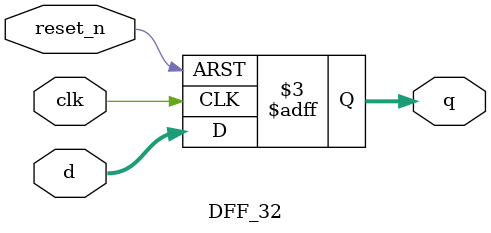
<source format=v>
module DFF_32(clk, reset_n, d, q);
input clk,reset_n;
parameter N=32;
input [N-1:0] d;
output reg [N-1:0] q;
always @(posedge clk,negedge reset_n)
begin
if (!reset_n)
q <= {N{1'b0}};
else
q <= d;
end
endmodule

</source>
